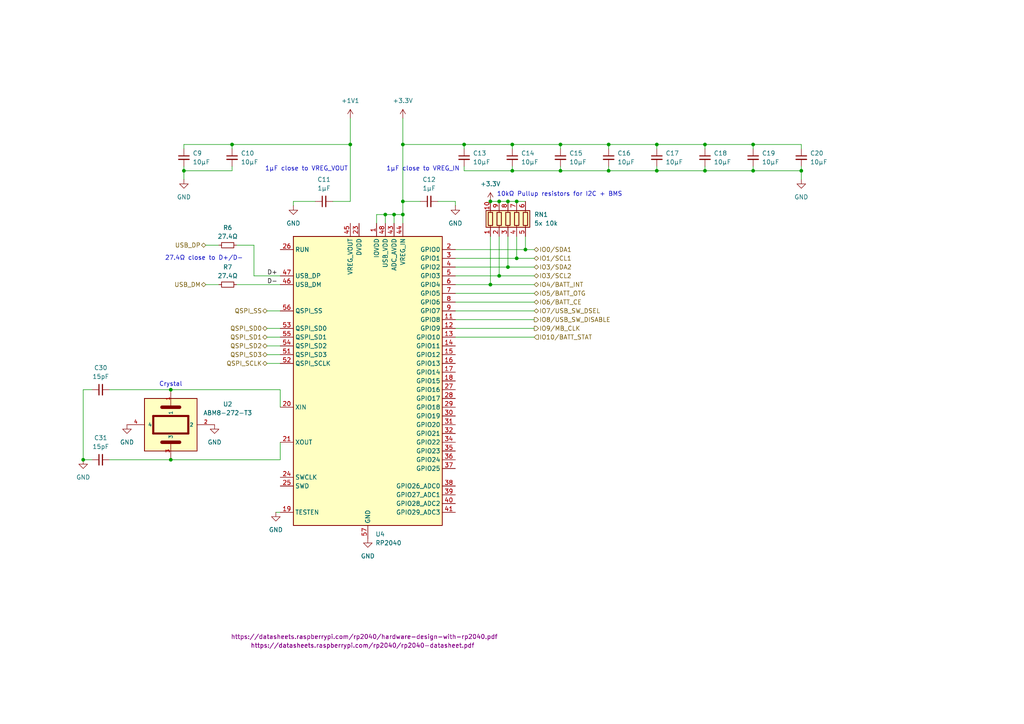
<source format=kicad_sch>
(kicad_sch (version 20231120) (generator "eeschema") (generator_version "8.0")
  (paper "A4")
  (title_block (title "RP2040 MCU") (company "Pips Engineering") (comment 1 "https://pips.engineering/") (comment 4 "https://datasheets.raspberrypi.com/rp2040/hardware-design-with-rp2040.pdf"))
  (lib_symbols
    (symbol "ABM8-272-T3:ABM8-272-T3" (pin_names (offset 1.016))
      (property "Reference" "U" (at 0 0 0))
      (property "Value" "ABM8-272-T3" (at 0 0 0))
      (symbol "ABM8-272-T3_0_0"
        (rectangle (start -7.62 -7.62) (end 7.62 7.62) (stroke (width 0.254)) (fill (type background)))
        (polyline (pts (xy -5.08 -2.54) (xy 5.08 -2.54)) (stroke (width 0.6096)))
        (polyline (pts (xy -5.08 2.54) (xy -5.08 -2.54)) (stroke (width 0.6096)))
        (polyline (pts (xy -2.54 -5.08) (xy 2.54 -5.08)) (stroke (width 1.016)))
        (polyline (pts (xy -2.54 5.08) (xy 2.54 5.08)) (stroke (width 1.016)))
        (polyline (pts (xy 5.08 -2.54) (xy 5.08 2.54)) (stroke (width 0.6096)))
        (polyline (pts (xy 5.08 2.54) (xy -5.08 2.54)) (stroke (width 0.6096)))
        (pin bidirectional line (at 0 10.16 270) (length 5.08) (name "1") (number "1"))
        (pin bidirectional line (at 12.7 0 180) (length 5.08) (name "2") (number "2"))
        (pin bidirectional line (at 0 -10.16 90) (length 5.08) (name "3") (number "3"))
        (pin bidirectional line (at -12.7 0 0) (length 5.08) (name "4") (number "4"))
      )
    )
    (symbol "Device:C_Small" (pin_numbers hide) (pin_names (offset 0.254) hide)
      (property "Reference" "C" (at 0.254 1.778 0))
      (property "Value" "C_Small" (at 0.254 -2.032 0))
      (symbol "C_Small_0_1"
        (polyline (pts (xy -1.524 -0.508) (xy 1.524 -0.508)) (stroke (width 0.3302)))
        (polyline (pts (xy -1.524 0.508) (xy 1.524 0.508)) (stroke (width 0.3048)))
      )
      (symbol "C_Small_1_1"
        (pin passive line (at 0 2.54 270) (length 2.032) (name "~") (number "1"))
        (pin passive line (at 0 -2.54 90) (length 2.032) (name "~") (number "2"))
      )
    )
    (symbol "Device:R_Pack05" (pin_names (offset 0) hide)
      (property "Reference" "RN" (at -7.62 0 90))
      (property "Value" "R_Pack05" (at 7.62 0 90))
      (symbol "R_Pack05_0_1"
        (rectangle (start -6.35 -2.413) (end 6.35 2.413) (stroke (width 0.254)) (fill (type background)))
        (rectangle (start -5.715 1.905) (end -4.445 -1.905) (stroke (width 0.254)))
        (rectangle (start -3.175 1.905) (end -1.905 -1.905) (stroke (width 0.254)))
        (rectangle (start -0.635 1.905) (end 0.635 -1.905) (stroke (width 0.254)))
        (polyline (pts (xy -5.08 -2.54) (xy -5.08 -1.905)))
        (polyline (pts (xy -5.08 1.905) (xy -5.08 2.54)))
        (polyline (pts (xy -2.54 -2.54) (xy -2.54 -1.905)))
        (polyline (pts (xy -2.54 1.905) (xy -2.54 2.54)))
        (polyline (pts (xy 0 -2.54) (xy 0 -1.905)))
        (polyline (pts (xy 0 1.905) (xy 0 2.54)))
        (polyline (pts (xy 2.54 -2.54) (xy 2.54 -1.905)))
        (polyline (pts (xy 2.54 1.905) (xy 2.54 2.54)))
        (polyline (pts (xy 5.08 -2.54) (xy 5.08 -1.905)))
        (polyline (pts (xy 5.08 1.905) (xy 5.08 2.54)))
        (rectangle (start 1.905 1.905) (end 3.175 -1.905) (stroke (width 0.254)))
        (rectangle (start 4.445 1.905) (end 5.715 -1.905) (stroke (width 0.254)))
      )
      (symbol "R_Pack05_1_1"
        (pin passive line (at -5.08 -5.08 90) (length 2.54) (name "R1.1") (number "1"))
        (pin passive line (at -5.08 5.08 270) (length 2.54) (name "R1.2") (number "10"))
        (pin passive line (at -2.54 -5.08 90) (length 2.54) (name "R2.1") (number "2"))
        (pin passive line (at 0 -5.08 90) (length 2.54) (name "R3.1") (number "3"))
        (pin passive line (at 2.54 -5.08 90) (length 2.54) (name "R4.1") (number "4"))
        (pin passive line (at 5.08 -5.08 90) (length 2.54) (name "R5.1") (number "5"))
        (pin passive line (at 5.08 5.08 270) (length 2.54) (name "R5.2") (number "6"))
        (pin passive line (at 2.54 5.08 270) (length 2.54) (name "R4.2") (number "7"))
        (pin passive line (at 0 5.08 270) (length 2.54) (name "R3.2") (number "8"))
        (pin passive line (at -2.54 5.08 270) (length 2.54) (name "R2.2") (number "9"))
      )
    )
    (symbol "Device:R_Small" (pin_numbers hide) (pin_names (offset 0.254) hide)
      (property "Reference" "R" (at 0.762 0.508 0))
      (property "Value" "R_Small" (at 0.762 -1.016 0))
      (symbol "R_Small_0_1"
        (rectangle (start -0.762 1.778) (end 0.762 -1.778) (stroke (width 0.2032)))
      )
      (symbol "R_Small_1_1"
        (pin passive line (at 0 2.54 270) (length 0.762) (name "~") (number "1"))
        (pin passive line (at 0 -2.54 90) (length 0.762) (name "~") (number "2"))
      )
    )
    (symbol "MCU_RaspberryPi:RP2040"
      (property "Reference" "U" (at 17.78 45.72 0))
      (property "Value" "RP2040" (at 17.78 43.18 0))
      (symbol "RP2040_0_1"
        (rectangle (start -21.59 41.91) (end 21.59 -41.91) (stroke (width 0.254)) (fill (type background)))
      )
      (symbol "RP2040_1_1"
        (pin power_in line (at 2.54 45.72 270) (length 3.81) (name "IOVDD") (number "1"))
        (pin passive line (at 2.54 45.72 270) (length 3.81) hide (name "IOVDD") (number "10"))
        (pin bidirectional line (at 25.4 17.78 180) (length 3.81) (name "GPIO8") (number "11"))
        (pin bidirectional line (at 25.4 15.24 180) (length 3.81) (name "GPIO9") (number "12"))
        (pin bidirectional line (at 25.4 12.7 180) (length 3.81) (name "GPIO10") (number "13"))
        (pin bidirectional line (at 25.4 10.16 180) (length 3.81) (name "GPIO11") (number "14"))
        (pin bidirectional line (at 25.4 7.62 180) (length 3.81) (name "GPIO12") (number "15"))
        (pin bidirectional line (at 25.4 5.08 180) (length 3.81) (name "GPIO13") (number "16"))
        (pin bidirectional line (at 25.4 2.54 180) (length 3.81) (name "GPIO14") (number "17"))
        (pin bidirectional line (at 25.4 0 180) (length 3.81) (name "GPIO15") (number "18"))
        (pin input line (at -25.4 -38.1 0) (length 3.81) (name "TESTEN") (number "19"))
        (pin bidirectional line (at 25.4 38.1 180) (length 3.81) (name "GPIO0") (number "2"))
        (pin input line (at -25.4 -7.62 0) (length 3.81) (name "XIN") (number "20"))
        (pin passive line (at -25.4 -17.78 0) (length 3.81) (name "XOUT") (number "21"))
        (pin passive line (at 2.54 45.72 270) (length 3.81) hide (name "IOVDD") (number "22"))
        (pin power_in line (at -2.54 45.72 270) (length 3.81) (name "DVDD") (number "23"))
        (pin input line (at -25.4 -27.94 0) (length 3.81) (name "SWCLK") (number "24"))
        (pin bidirectional line (at -25.4 -30.48 0) (length 3.81) (name "SWD") (number "25"))
        (pin input line (at -25.4 38.1 0) (length 3.81) (name "RUN") (number "26"))
        (pin bidirectional line (at 25.4 -2.54 180) (length 3.81) (name "GPIO16") (number "27"))
        (pin bidirectional line (at 25.4 -5.08 180) (length 3.81) (name "GPIO17") (number "28"))
        (pin bidirectional line (at 25.4 -7.62 180) (length 3.81) (name "GPIO18") (number "29"))
        (pin bidirectional line (at 25.4 35.56 180) (length 3.81) (name "GPIO1") (number "3"))
        (pin bidirectional line (at 25.4 -10.16 180) (length 3.81) (name "GPIO19") (number "30"))
        (pin bidirectional line (at 25.4 -12.7 180) (length 3.81) (name "GPIO20") (number "31"))
        (pin bidirectional line (at 25.4 -15.24 180) (length 3.81) (name "GPIO21") (number "32"))
        (pin passive line (at 2.54 45.72 270) (length 3.81) hide (name "IOVDD") (number "33"))
        (pin bidirectional line (at 25.4 -17.78 180) (length 3.81) (name "GPIO22") (number "34"))
        (pin bidirectional line (at 25.4 -20.32 180) (length 3.81) (name "GPIO23") (number "35"))
        (pin bidirectional line (at 25.4 -22.86 180) (length 3.81) (name "GPIO24") (number "36"))
        (pin bidirectional line (at 25.4 -25.4 180) (length 3.81) (name "GPIO25") (number "37"))
        (pin bidirectional line (at 25.4 -30.48 180) (length 3.81) (name "GPIO26_ADC0") (number "38"))
        (pin bidirectional line (at 25.4 -33.02 180) (length 3.81) (name "GPIO27_ADC1") (number "39"))
        (pin bidirectional line (at 25.4 33.02 180) (length 3.81) (name "GPIO2") (number "4"))
        (pin bidirectional line (at 25.4 -35.56 180) (length 3.81) (name "GPIO28_ADC2") (number "40"))
        (pin bidirectional line (at 25.4 -38.1 180) (length 3.81) (name "GPIO29_ADC3") (number "41"))
        (pin passive line (at 2.54 45.72 270) (length 3.81) hide (name "IOVDD") (number "42"))
        (pin power_in line (at 7.62 45.72 270) (length 3.81) (name "ADC_AVDD") (number "43"))
        (pin power_in line (at 10.16 45.72 270) (length 3.81) (name "VREG_IN") (number "44"))
        (pin power_out line (at -5.08 45.72 270) (length 3.81) (name "VREG_VOUT") (number "45"))
        (pin bidirectional line (at -25.4 27.94 0) (length 3.81) (name "USB_DM") (number "46"))
        (pin bidirectional line (at -25.4 30.48 0) (length 3.81) (name "USB_DP") (number "47"))
        (pin power_in line (at 5.08 45.72 270) (length 3.81) (name "USB_VDD") (number "48"))
        (pin passive line (at 2.54 45.72 270) (length 3.81) hide (name "IOVDD") (number "49"))
        (pin bidirectional line (at 25.4 30.48 180) (length 3.81) (name "GPIO3") (number "5"))
        (pin passive line (at -2.54 45.72 270) (length 3.81) hide (name "DVDD") (number "50"))
        (pin bidirectional line (at -25.4 7.62 0) (length 3.81) (name "QSPI_SD3") (number "51"))
        (pin output line (at -25.4 5.08 0) (length 3.81) (name "QSPI_SCLK") (number "52"))
        (pin bidirectional line (at -25.4 15.24 0) (length 3.81) (name "QSPI_SD0") (number "53"))
        (pin bidirectional line (at -25.4 10.16 0) (length 3.81) (name "QSPI_SD2") (number "54"))
        (pin bidirectional line (at -25.4 12.7 0) (length 3.81) (name "QSPI_SD1") (number "55"))
        (pin bidirectional line (at -25.4 20.32 0) (length 3.81) (name "QSPI_SS") (number "56"))
        (pin power_in line (at 0 -45.72 90) (length 3.81) (name "GND") (number "57"))
        (pin bidirectional line (at 25.4 27.94 180) (length 3.81) (name "GPIO4") (number "6"))
        (pin bidirectional line (at 25.4 25.4 180) (length 3.81) (name "GPIO5") (number "7"))
        (pin bidirectional line (at 25.4 22.86 180) (length 3.81) (name "GPIO6") (number "8"))
        (pin bidirectional line (at 25.4 20.32 180) (length 3.81) (name "GPIO7") (number "9"))
      )
    )
    (symbol "power:+1V1" (power) (pin_numbers hide) (pin_names (offset 0) hide)
      (property "Value" "+1V1" (at 0 3.556 0))
      (symbol "+1V1_0_1"
        (polyline (pts (xy -0.762 1.27) (xy 0 2.54)))
        (polyline (pts (xy 0 0) (xy 0 2.54)))
        (polyline (pts (xy 0 2.54) (xy 0.762 1.27)))
      )
      (symbol "+1V1_1_1"
        (pin power_in line (at 0 0 90) (length 0) (name "~") (number "1"))
      )
    )
    (symbol "power:+3.3V" (power) (pin_numbers hide) (pin_names (offset 0) hide)
      (property "Value" "+3.3V" (at 0 3.556 0))
      (symbol "+3.3V_0_1"
        (polyline (pts (xy -0.762 1.27) (xy 0 2.54)))
        (polyline (pts (xy 0 0) (xy 0 2.54)))
        (polyline (pts (xy 0 2.54) (xy 0.762 1.27)))
      )
      (symbol "+3.3V_1_1"
        (pin power_in line (at 0 0 90) (length 0) (name "~") (number "1"))
      )
    )
    (symbol "power:GND" (power) (pin_numbers hide) (pin_names (offset 0) hide)
      (property "Value" "GND" (at 0 -3.81 0))
      (symbol "GND_0_1"
        (polyline (pts (xy 0 0) (xy 0 -1.27) (xy 1.27 -1.27) (xy 0 -2.54) (xy -1.27 -1.27) (xy 0 -1.27)))
      )
      (symbol "GND_1_1"
        (pin power_in line (at 0 0 270) (length 0) (name "~") (number "1"))
      )
    )
  )
  (junction (at 111.76 62.23))
  (junction (at 116.84 58.42))
  (junction (at 148.59 49.53))
  (junction (at 147.32 58.42))
  (junction (at 116.84 41.91))
  (junction (at 144.78 80.01))
  (junction (at 114.3 62.23))
  (junction (at 142.24 58.42))
  (junction (at 24.13 133.35))
  (junction (at 152.4 72.39))
  (junction (at 134.62 41.91))
  (junction (at 148.59 41.91))
  (junction (at 116.84 62.23))
  (junction (at 176.53 49.53))
  (junction (at 232.41 49.53))
  (junction (at 218.44 49.53))
  (junction (at 149.86 58.42))
  (junction (at 162.56 49.53))
  (junction (at 67.31 41.91))
  (junction (at 190.5 41.91))
  (junction (at 147.32 77.47))
  (junction (at 218.44 41.91))
  (junction (at 49.53 113.03))
  (junction (at 49.53 133.35))
  (junction (at 142.24 82.55))
  (junction (at 144.78 58.42))
  (junction (at 190.5 49.53))
  (junction (at 176.53 41.91))
  (junction (at 149.86 74.93))
  (junction (at 53.34 49.53))
  (junction (at 204.47 49.53))
  (junction (at 162.56 41.91))
  (junction (at 204.47 41.91))
  (junction (at 101.6 41.91))
  (wire (pts (xy 149.86 68.58) (xy 149.86 74.93)))
  (wire (pts (xy 144.78 58.42) (xy 147.32 58.42)))
  (wire (pts (xy 190.5 41.91) (xy 190.5 43.18)))
  (wire (pts (xy 53.34 41.91) (xy 53.34 43.18)))
  (wire (pts (xy 204.47 41.91) (xy 204.47 43.18)))
  (wire (pts (xy 154.94 87.63) (xy 132.08 87.63)))
  (wire (pts (xy 232.41 41.91) (xy 218.44 41.91)))
  (wire (pts (xy 144.78 80.01) (xy 154.94 80.01)))
  (wire (pts (xy 132.08 59.69) (xy 132.08 58.42)))
  (wire (pts (xy 85.09 59.69) (xy 85.09 58.42)))
  (wire (pts (xy 232.41 48.26) (xy 232.41 49.53)))
  (wire (pts (xy 142.24 82.55) (xy 154.94 82.55)))
  (wire (pts (xy 204.47 49.53) (xy 218.44 49.53)))
  (wire (pts (xy 144.78 68.58) (xy 144.78 80.01)))
  (wire (pts (xy 132.08 92.71) (xy 154.94 92.71)))
  (wire (pts (xy 176.53 49.53) (xy 190.5 49.53)))
  (wire (pts (xy 49.53 113.03) (xy 81.28 113.03)))
  (wire (pts (xy 134.62 41.91) (xy 148.59 41.91)))
  (wire (pts (xy 147.32 77.47) (xy 154.94 77.47)))
  (wire (pts (xy 73.66 80.01) (xy 81.28 80.01)))
  (wire (pts (xy 31.75 133.35) (xy 49.53 133.35)))
  (wire (pts (xy 81.28 133.35) (xy 81.28 128.27)))
  (wire (pts (xy 59.69 82.55) (xy 63.5 82.55)))
  (wire (pts (xy 111.76 62.23) (xy 111.76 64.77)))
  (wire (pts (xy 132.08 82.55) (xy 142.24 82.55)))
  (wire (pts (xy 218.44 48.26) (xy 218.44 49.53)))
  (wire (pts (xy 116.84 58.42) (xy 116.84 62.23)))
  (wire (pts (xy 232.41 52.07) (xy 232.41 49.53)))
  (wire (pts (xy 132.08 77.47) (xy 147.32 77.47)))
  (wire (pts (xy 77.47 95.25) (xy 81.28 95.25)))
  (wire (pts (xy 218.44 41.91) (xy 218.44 43.18)))
  (wire (pts (xy 132.08 80.01) (xy 144.78 80.01)))
  (wire (pts (xy 73.66 71.12) (xy 73.66 80.01)))
  (wire (pts (xy 176.53 41.91) (xy 190.5 41.91)))
  (wire (pts (xy 147.32 68.58) (xy 147.32 77.47)))
  (wire (pts (xy 148.59 48.26) (xy 148.59 49.53)))
  (wire (pts (xy 134.62 48.26) (xy 134.62 49.53)))
  (wire (pts (xy 109.22 62.23) (xy 109.22 64.77)))
  (wire (pts (xy 53.34 52.07) (xy 53.34 49.53)))
  (wire (pts (xy 116.84 34.29) (xy 116.84 41.91)))
  (wire (pts (xy 80.01 148.59) (xy 81.28 148.59)))
  (wire (pts (xy 190.5 49.53) (xy 204.47 49.53)))
  (wire (pts (xy 53.34 49.53) (xy 67.31 49.53)))
  (wire (pts (xy 67.31 48.26) (xy 67.31 49.53)))
  (wire (pts (xy 31.75 113.03) (xy 49.53 113.03)))
  (wire (pts (xy 77.47 97.79) (xy 81.28 97.79)))
  (wire (pts (xy 101.6 34.29) (xy 101.6 41.91)))
  (wire (pts (xy 154.94 95.25) (xy 132.08 95.25)))
  (wire (pts (xy 142.24 68.58) (xy 142.24 82.55)))
  (wire (pts (xy 96.52 58.42) (xy 101.6 58.42)))
  (wire (pts (xy 49.53 133.35) (xy 81.28 133.35)))
  (wire (pts (xy 132.08 97.79) (xy 154.94 97.79)))
  (wire (pts (xy 132.08 58.42) (xy 127 58.42)))
  (wire (pts (xy 142.24 58.42) (xy 144.78 58.42)))
  (wire (pts (xy 114.3 62.23) (xy 114.3 64.77)))
  (wire (pts (xy 121.92 58.42) (xy 116.84 58.42)))
  (wire (pts (xy 232.41 49.53) (xy 218.44 49.53)))
  (wire (pts (xy 81.28 113.03) (xy 81.28 118.11)))
  (wire (pts (xy 77.47 100.33) (xy 81.28 100.33)))
  (wire (pts (xy 85.09 58.42) (xy 91.44 58.42)))
  (wire (pts (xy 67.31 41.91) (xy 67.31 43.18)))
  (wire (pts (xy 77.47 90.17) (xy 81.28 90.17)))
  (wire (pts (xy 26.67 113.03) (xy 24.13 113.03)))
  (wire (pts (xy 132.08 74.93) (xy 149.86 74.93)))
  (wire (pts (xy 116.84 41.91) (xy 116.84 58.42)))
  (wire (pts (xy 149.86 58.42) (xy 152.4 58.42)))
  (wire (pts (xy 134.62 49.53) (xy 148.59 49.53)))
  (wire (pts (xy 67.31 41.91) (xy 53.34 41.91)))
  (wire (pts (xy 147.32 58.42) (xy 149.86 58.42)))
  (wire (pts (xy 77.47 102.87) (xy 81.28 102.87)))
  (wire (pts (xy 132.08 85.09) (xy 154.94 85.09)))
  (wire (pts (xy 116.84 41.91) (xy 134.62 41.91)))
  (wire (pts (xy 77.47 105.41) (xy 81.28 105.41)))
  (wire (pts (xy 134.62 41.91) (xy 134.62 43.18)))
  (wire (pts (xy 101.6 41.91) (xy 101.6 58.42)))
  (wire (pts (xy 162.56 48.26) (xy 162.56 49.53)))
  (wire (pts (xy 190.5 48.26) (xy 190.5 49.53)))
  (wire (pts (xy 176.53 41.91) (xy 176.53 43.18)))
  (wire (pts (xy 232.41 41.91) (xy 232.41 43.18)))
  (wire (pts (xy 101.6 41.91) (xy 67.31 41.91)))
  (wire (pts (xy 109.22 62.23) (xy 111.76 62.23)))
  (wire (pts (xy 132.08 72.39) (xy 152.4 72.39)))
  (wire (pts (xy 162.56 49.53) (xy 176.53 49.53)))
  (wire (pts (xy 111.76 62.23) (xy 114.3 62.23)))
  (wire (pts (xy 59.69 71.12) (xy 63.5 71.12)))
  (wire (pts (xy 154.94 90.17) (xy 132.08 90.17)))
  (wire (pts (xy 176.53 48.26) (xy 176.53 49.53)))
  (wire (pts (xy 114.3 62.23) (xy 116.84 62.23)))
  (wire (pts (xy 204.47 48.26) (xy 204.47 49.53)))
  (wire (pts (xy 68.58 71.12) (xy 73.66 71.12)))
  (wire (pts (xy 152.4 68.58) (xy 152.4 72.39)))
  (wire (pts (xy 148.59 41.91) (xy 162.56 41.91)))
  (wire (pts (xy 162.56 41.91) (xy 162.56 43.18)))
  (wire (pts (xy 204.47 41.91) (xy 218.44 41.91)))
  (wire (pts (xy 148.59 41.91) (xy 148.59 43.18)))
  (wire (pts (xy 152.4 72.39) (xy 154.94 72.39)))
  (wire (pts (xy 148.59 49.53) (xy 162.56 49.53)))
  (wire (pts (xy 149.86 74.93) (xy 154.94 74.93)))
  (wire (pts (xy 68.58 82.55) (xy 81.28 82.55)))
  (wire (pts (xy 162.56 41.91) (xy 176.53 41.91)))
  (wire (pts (xy 24.13 113.03) (xy 24.13 133.35)))
  (wire (pts (xy 190.5 41.91) (xy 204.47 41.91)))
  (wire (pts (xy 53.34 48.26) (xy 53.34 49.53)))
  (wire (pts (xy 116.84 62.23) (xy 116.84 64.77)))
  (wire (pts (xy 24.13 133.35) (xy 26.67 133.35)))
  (text "1µF close to VREG_VOUT" (at 88.9 49.022 0) (effects (font (size 1.27 1.27))))
  (text "27.4Ω close to D+/D-" (at 59.182 74.93 0) (effects (font (size 1.27 1.27))))
  (text "Crystal" (at 49.53 111.506 0) (effects (font (size 1.27 1.27))))
  (text "10kΩ Pullup resistors for I2C + BMS" (at 162.306 56.388 0) (effects (font (size 1.27 1.27))))
  (text "1µF close to VREG_IN" (at 122.682 49.022 0) (effects (font (size 1.27 1.27))))
  (label "D+" (at 77.47 80.01 0))
  (label "D-" (at 77.47 82.55 0))
  (hierarchical_label "QSPI_SS" (shape bidirectional) (at 77.47 90.17 180))
  (hierarchical_label "IO1/SCL1" (shape bidirectional) (at 154.94 74.93 0))
  (hierarchical_label "QSPI_SD1" (shape bidirectional) (at 77.47 97.79 180))
  (hierarchical_label "IO6{slash}BATT_CE" (shape bidirectional) (at 154.94 87.63 0))
  (hierarchical_label "USB_DP" (shape bidirectional) (at 59.69 71.12 180))
  (hierarchical_label "QSPI_SD3" (shape bidirectional) (at 77.47 102.87 180))
  (hierarchical_label "QSPI_SD0" (shape bidirectional) (at 77.47 95.25 180))
  (hierarchical_label "IO4/BATT_INT" (shape bidirectional) (at 154.94 82.55 0))
  (hierarchical_label "IO7/USB_SW_DSEL" (shape bidirectional) (at 154.94 90.17 0))
  (hierarchical_label "QSPI_SCLK" (shape bidirectional) (at 77.47 105.41 180))
  (hierarchical_label "IO3/SCL2" (shape bidirectional) (at 154.94 80.01 0))
  (hierarchical_label "IO3/SDA2" (shape bidirectional) (at 154.94 77.47 0))
  (hierarchical_label "IO5/BATT_OTG" (shape bidirectional) (at 154.94 85.09 0))
  (hierarchical_label "QSPI_SD2" (shape bidirectional) (at 77.47 100.33 180))
  (hierarchical_label "IO9{slash}MB_CLK" (shape output) (at 154.94 95.25 0))
  (hierarchical_label "USB_DM" (shape bidirectional) (at 59.69 82.55 180))
  (hierarchical_label "IO10{slash}BATT_STAT" (shape input) (at 154.94 97.79 0))
  (hierarchical_label "IO0{slash}SDA1" (shape bidirectional) (at 154.94 72.39 0))
  (hierarchical_label "IO8{slash}USB_SW_DISABLE" (shape output) (at 154.94 92.71 0))
  (symbol (lib_id "Device:C_Small") (at 67.31 45.72 0) (unit 1) (on_board no)
    (property "Reference" "C10" (at 69.85 44.45 0) (effects (justify left)))
    (property "Value" "10µF" (at 69.85 46.9962 0) (effects (justify left)))
    (property "Footprint" "Capacitor_SMD:C_0603_1608Metric" (effects (hide yes)))
    (property "Description" "Unpolarized capacitor, small symbol" (effects (hide yes)))
  )
  (symbol (lib_id "power:GND") (at 106.68 156.21 0) (unit 1)
    (property "Reference" "#PWR028" (effects (hide yes)))
    (property "Value" "GND" (at 106.68 161.29 0))
    (property "Description" "Power symbol creates a global label with name \"GND\" , ground" (effects (hide yes)))
  )
  (symbol (lib_id "Device:C_Small") (at 148.59 45.72 0) (unit 1)
    (property "Reference" "C14" (at 151.13 44.45 0) (effects (justify left)))
    (property "Value" "10µF" (at 151.13 46.9962 0) (effects (justify left)))
    (property "Footprint" "Capacitor_SMD:C_0603_1608Metric" (effects (hide yes)))
    (property "Description" "Unpolarized capacitor, small symbol" (effects (hide yes)))
  )
  (symbol (lib_id "Device:C_Small") (at 176.53 45.72 0) (unit 1)
    (property "Reference" "C16" (at 179.07 44.45 0) (effects (justify left)))
    (property "Value" "10µF" (at 179.07 46.9962 0) (effects (justify left)))
    (property "Footprint" "Capacitor_SMD:C_0603_1608Metric" (effects (hide yes)))
    (property "Description" "Unpolarized capacitor, small symbol" (effects (hide yes)))
  )
  (symbol (lib_id "Device:R_Pack05") (at 147.32 63.5 0) (unit 1)
    (property "Reference" "RN1" (at 154.94 62.2299 0) (effects (justify left)))
    (property "Value" "5x 10k" (at 154.94 64.7699 0) (effects (justify left)))
    (property "Footprint" "Resistor_SMD:R_Array_Convex_5x0603" (effects (hide yes)))
    (property "Description" "5 resistor network, parallel topology" (effects (hide yes)))
  )
  (symbol (lib_id "power:GND") (at 62.23 123.19 0) (unit 1)
    (property "Reference" "#PWR035" (effects (hide yes)))
    (property "Value" "GND" (at 62.23 128.27 0))
    (property "Description" "Power symbol creates a global label with name \"GND\" , ground" (effects (hide yes)))
  )
  (symbol (lib_id "power:+1V1") (at 101.6 34.29 0) (unit 1) (on_board no)
    (property "Reference" "#PWR027" (effects (hide yes)))
    (property "Value" "+1V1" (at 101.6 29.21 0))
    (property "Description" "Power symbol creates a global label with name \"+1V1\"" (effects (hide yes)))
  )
  (symbol (lib_id "power:GND") (at 36.83 123.19 0) (unit 1)
    (property "Reference" "#PWR037" (effects (hide yes)))
    (property "Value" "GND" (at 36.83 128.27 0))
    (property "Description" "Power symbol creates a global label with name \"GND\" , ground" (effects (hide yes)))
  )
  (symbol (lib_id "power:+3.3V") (at 142.24 58.42 0) (unit 1)
    (property "Reference" "#PWR031" (effects (hide yes)))
    (property "Value" "+3.3V" (at 142.24 53.34 0))
    (property "Description" "Power symbol creates a global label with name \"+3.3V\"" (effects (hide yes)))
  )
  (symbol (lib_id "power:GND") (at 80.01 148.59 0) (unit 1)
    (property "Reference" "#PWR043" (effects (hide yes)))
    (property "Value" "GND" (at 80.01 153.67 0))
    (property "Description" "Power symbol creates a global label with name \"GND\" , ground" (effects (hide yes)))
  )
  (symbol (lib_id "power:GND") (at 24.13 133.35 0) (unit 1)
    (property "Reference" "#PWR042" (effects (hide yes)))
    (property "Value" "GND" (at 24.13 138.43 0))
    (property "Description" "Power symbol creates a global label with name \"GND\" , ground" (effects (hide yes)))
  )
  (symbol (lib_id "MCU_RaspberryPi:RP2040") (at 106.68 110.49 0) (unit 1)
    (property "Reference" "U4" (at 108.8741 154.94 0) (effects (justify left)))
    (property "Value" "RP2040" (at 108.8741 157.48 0) (effects (justify left)))
    (property "Footprint" "Package_DFN_QFN:QFN-56-1EP_7x7mm_P0.4mm_EP3.2x3.2mm_ThermalVias" (effects (hide yes)))
    (property "Datasheet" "https://datasheets.raspberrypi.com/rp2040/rp2040-datasheet.pdf" (at 105.156 187.198 0))
    (property "Description" "A microcontroller by Raspberry Pi" (effects (hide yes)))
    (property "Hardware Design Docs" "https://datasheets.raspberrypi.com/rp2040/hardware-design-with-rp2040.pdf" (at 105.664 184.658 0))
    (property "JLCPCB Parts URL" "https://jlcpcb.com/partdetail/RaspberryPi-RP2040/C2040" (effects (hide yes)))
    (property "JLCPCB Part #" "C2040" (effects (hide yes)))
    (property "LCSC Part #" "C2040" (effects (hide yes)))
  )
  (symbol (lib_id "Device:C_Small") (at 134.62 45.72 0) (unit 1)
    (property "Reference" "C13" (at 137.16 44.45 0) (effects (justify left)))
    (property "Value" "10µF" (at 137.16 46.9962 0) (effects (justify left)))
    (property "Footprint" "Capacitor_SMD:C_0603_1608Metric" (effects (hide yes)))
    (property "Description" "Unpolarized capacitor, small symbol" (effects (hide yes)))
  )
  (symbol (lib_id "Device:C_Small") (at 93.98 58.42 90) (unit 1) (on_board no)
    (property "Reference" "C11" (at 93.9863 52.07 90))
    (property "Value" "1µF" (at 93.9863 54.61 90))
    (property "Footprint" "Capacitor_SMD:C_0402_1005Metric" (effects (hide yes)))
    (property "Description" "Unpolarized capacitor, small symbol" (effects (hide yes)))
  )
  (symbol (lib_id "Device:C_Small") (at 162.56 45.72 0) (unit 1)
    (property "Reference" "C15" (at 165.1 44.45 0) (effects (justify left)))
    (property "Value" "10µF" (at 165.1 46.9962 0) (effects (justify left)))
    (property "Footprint" "Capacitor_SMD:C_0603_1608Metric" (effects (hide yes)))
    (property "Description" "Unpolarized capacitor, small symbol" (effects (hide yes)))
  )
  (symbol (lib_id "Device:C_Small") (at 29.21 113.03 90) (unit 1)
    (property "Reference" "C30" (at 29.2163 106.68 90))
    (property "Value" "15pF" (at 29.2163 109.22 90))
    (property "Footprint" "Capacitor_SMD:C_0402_1005Metric" (effects (hide yes)))
    (property "Description" "Unpolarized capacitor, small symbol" (effects (hide yes)))
  )
  (symbol (lib_id "ABM8-272-T3:ABM8-272-T3") (at 49.53 123.19 0) (unit 1)
    (property "Reference" "U2" (at 66.04 117.2208 0))
    (property "Value" "ABM8-272-T3" (at 66.04 119.7608 0))
    (property "Footprint" "Crystal:Crystal_SMD_Abracon_ABM8G-4Pin_3.2x2.5mm" (effects (hide yes)))
    (property "Datasheet" "https://jlcpcb.com/api/file/downloadByFileSystemAccessId/8559470777180311552" (effects (hide yes)))
    (property "MF" "ABRACON" (effects (hide yes)))
    (property "Description_1" "\n                        \n                            12 MHz ±30ppm Crystal 10pF 50 Ohms 4-SMD, No Lead\n                        \n" (effects (hide yes)))
    (property "Package" "None" (effects (hide yes)))
    (property "Price" "None" (effects (hide yes)))
    (property "SnapEDA_Link" "https://www.snapeda.com/parts/ABM8-272-T3/Abracon/view-part/?ref=snap" (effects (hide yes)))
    (property "MP" "ABM8-272-T3" (effects (hide yes)))
    (property "Availability" "In Stock" (effects (hide yes)))
    (property "Check_prices" "https://www.snapeda.com/parts/ABM8-272-T3/Abracon/view-part/?ref=eda" (effects (hide yes)))
    (property "JLCPCB Parts URL" "https://jlcpcb.com/partdetail/AbraconLlc-ABM8_272T3/C20625731" (effects (hide yes)))
    (property "JLCPCB Part #" "C20625731" (effects (hide yes)))
    (property "LCSC Part #" "C20625731" (effects (hide yes)))
  )
  (symbol (lib_id "power:GND") (at 232.41 52.07 0) (unit 1)
    (property "Reference" "#PWR032" (effects (hide yes)))
    (property "Value" "GND" (at 232.41 57.15 0))
    (property "Description" "Power symbol creates a global label with name \"GND\" , ground" (effects (hide yes)))
  )
  (symbol (lib_id "Device:C_Small") (at 232.41 45.72 0) (unit 1)
    (property "Reference" "C20" (at 234.95 44.45 0) (effects (justify left)))
    (property "Value" "10µF" (at 234.95 46.9962 0) (effects (justify left)))
    (property "Footprint" "Capacitor_SMD:C_0603_1608Metric" (effects (hide yes)))
    (property "Description" "Unpolarized capacitor, small symbol" (effects (hide yes)))
  )
  (symbol (lib_id "power:GND") (at 132.08 59.69 0) (unit 1)
    (property "Reference" "#PWR030" (effects (hide yes)))
    (property "Value" "GND" (at 132.08 64.77 0))
    (property "Description" "Power symbol creates a global label with name \"GND\" , ground" (effects (hide yes)))
  )
  (symbol (lib_id "Device:R_Small") (at 66.04 82.55 270) (mirror x) (unit 1)
    (property "Reference" "R7" (at 66.04 77.47 90))
    (property "Value" "27.4Ω" (at 66.04 80.01 90))
    (property "Footprint" "Resistor_SMD:R_0402_1005Metric" (effects (hide yes)))
    (property "Description" "Resistor, small symbol" (effects (hide yes)))
  )
  (symbol (lib_id "Device:C_Small") (at 53.34 45.72 0) (unit 1) (on_board no)
    (property "Reference" "C9" (at 55.88 44.45 0) (effects (justify left)))
    (property "Value" "10µF" (at 55.88 46.9962 0) (effects (justify left)))
    (property "Footprint" "Capacitor_SMD:C_0603_1608Metric" (effects (hide yes)))
    (property "Description" "Unpolarized capacitor, small symbol" (effects (hide yes)))
  )
  (symbol (lib_id "Device:C_Small") (at 29.21 133.35 90) (unit 1)
    (property "Reference" "C31" (at 29.2163 127 90))
    (property "Value" "15pF" (at 29.2163 129.54 90))
    (property "Footprint" "Capacitor_SMD:C_0402_1005Metric" (effects (hide yes)))
    (property "Description" "Unpolarized capacitor, small symbol" (effects (hide yes)))
  )
  (symbol (lib_id "Device:C_Small") (at 218.44 45.72 0) (unit 1)
    (property "Reference" "C19" (at 220.98 44.45 0) (effects (justify left)))
    (property "Value" "10µF" (at 220.98 46.9962 0) (effects (justify left)))
    (property "Footprint" "Capacitor_SMD:C_0603_1608Metric" (effects (hide yes)))
    (property "Description" "Unpolarized capacitor, small symbol" (effects (hide yes)))
  )
  (symbol (lib_id "power:GND") (at 85.09 59.69 0) (unit 1) (on_board no)
    (property "Reference" "#PWR026" (effects (hide yes)))
    (property "Value" "GND" (at 85.09 64.77 0))
    (property "Description" "Power symbol creates a global label with name \"GND\" , ground" (effects (hide yes)))
  )
  (symbol (lib_id "Device:C_Small") (at 204.47 45.72 0) (unit 1)
    (property "Reference" "C18" (at 207.01 44.45 0) (effects (justify left)))
    (property "Value" "10µF" (at 207.01 46.9962 0) (effects (justify left)))
    (property "Footprint" "Capacitor_SMD:C_0603_1608Metric" (effects (hide yes)))
    (property "Description" "Unpolarized capacitor, small symbol" (effects (hide yes)))
  )
  (symbol (lib_id "Device:C_Small") (at 124.46 58.42 90) (unit 1)
    (property "Reference" "C12" (at 124.4663 52.07 90))
    (property "Value" "1µF" (at 124.4663 54.61 90))
    (property "Footprint" "Capacitor_SMD:C_0402_1005Metric" (effects (hide yes)))
    (property "Description" "Unpolarized capacitor, small symbol" (effects (hide yes)))
  )
  (symbol (lib_id "power:GND") (at 53.34 52.07 0) (unit 1) (on_board no)
    (property "Reference" "#PWR025" (effects (hide yes)))
    (property "Value" "GND" (at 53.34 57.15 0))
    (property "Description" "Power symbol creates a global label with name \"GND\" , ground" (effects (hide yes)))
  )
  (symbol (lib_id "power:+3.3V") (at 116.84 34.29 0) (unit 1)
    (property "Reference" "#PWR029" (effects (hide yes)))
    (property "Value" "+3.3V" (at 116.84 29.21 0))
    (property "Description" "Power symbol creates a global label with name \"+3.3V\"" (effects (hide yes)))
  )
  (symbol (lib_id "Device:C_Small") (at 190.5 45.72 0) (unit 1)
    (property "Reference" "C17" (at 193.04 44.45 0) (effects (justify left)))
    (property "Value" "10µF" (at 193.04 46.9962 0) (effects (justify left)))
    (property "Footprint" "Capacitor_SMD:C_0603_1608Metric" (effects (hide yes)))
    (property "Description" "Unpolarized capacitor, small symbol" (effects (hide yes)))
  )
  (symbol (lib_id "Device:R_Small") (at 66.04 71.12 90) (unit 1)
    (property "Reference" "R6" (at 66.04 66.04 90))
    (property "Value" "27.4Ω" (at 66.04 68.58 90))
    (property "Footprint" "Resistor_SMD:R_0402_1005Metric" (effects (hide yes)))
    (property "Description" "Resistor, small symbol" (effects (hide yes)))
  )
)
</source>
